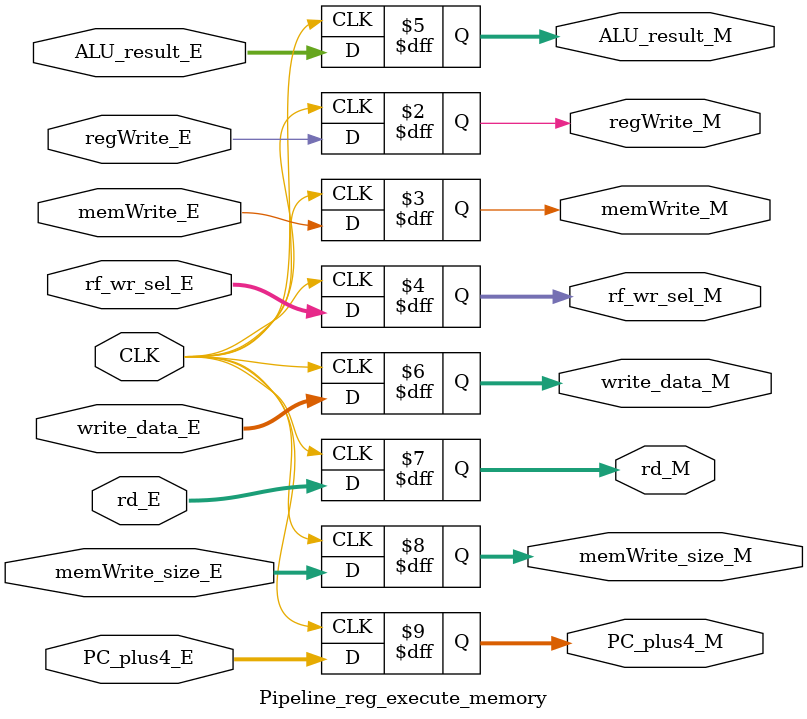
<source format=sv>
`timescale 1ns / 1ps

// Instantiate the Pipeline_reg_execute_memory module


module Pipeline_reg_execute_memory(
    input CLK,
    input regWrite_E,
    input memWrite_E,
    input [1:0] rf_wr_sel_E,
    input [31:0] ALU_result_E,
    input [31:0] write_data_E,
    input [4:0] rd_E,
    input [2:0] memWrite_size_E,
    input [31:0] PC_plus4_E,
    output logic regWrite_M,
    output logic memWrite_M,
    output logic [1:0] rf_wr_sel_M,
    output logic [31:0] ALU_result_M,
    output logic [31:0] write_data_M,
    output logic [4:0] rd_M,
    output logic [2:0] memWrite_size_M,
    output logic [31:0] PC_plus4_M
    );

    always_ff @(posedge CLK) begin
        regWrite_M <= regWrite_E;
        rf_wr_sel_M <= rf_wr_sel_E;
        memWrite_M <= memWrite_E;
        ALU_result_M <= ALU_result_E;
        write_data_M <= write_data_E;
        rd_M <= rd_E;
        memWrite_size_M <= memWrite_size_E;
        PC_plus4_M <= PC_plus4_E;
    end
endmodule

</source>
